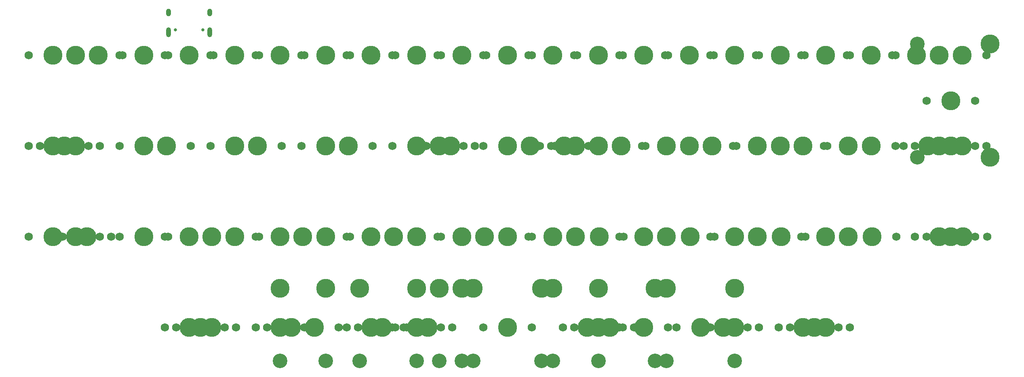
<source format=gts>
%TF.GenerationSoftware,KiCad,Pcbnew,(7.0.0)*%
%TF.CreationDate,2023-11-20T16:18:32+01:00*%
%TF.ProjectId,universal vault,756e6976-6572-4736-916c-207661756c74,rev?*%
%TF.SameCoordinates,Original*%
%TF.FileFunction,Soldermask,Top*%
%TF.FilePolarity,Negative*%
%FSLAX46Y46*%
G04 Gerber Fmt 4.6, Leading zero omitted, Abs format (unit mm)*
G04 Created by KiCad (PCBNEW (7.0.0)) date 2023-11-20 16:18:32*
%MOMM*%
%LPD*%
G01*
G04 APERTURE LIST*
%ADD10C,1.750000*%
%ADD11C,3.987800*%
%ADD12C,3.048000*%
%ADD13C,0.650000*%
%ADD14O,1.000000X1.600000*%
%ADD15O,1.000000X2.100000*%
G04 APERTURE END LIST*
D10*
%TO.C,K_SPACE4*%
X113982500Y-65881250D03*
D11*
X119062500Y-65881250D03*
D10*
X124142500Y-65881250D03*
%TD*%
%TO.C,K_SPACE68*%
X166370000Y-84931250D03*
D11*
X171450000Y-84931250D03*
D10*
X176530000Y-84931250D03*
%TD*%
%TO.C,K_SPACE17*%
X152082500Y-84931250D03*
D11*
X157162500Y-84931250D03*
D10*
X162242500Y-84931250D03*
%TD*%
D12*
%TO.C,S6*%
X147637500Y-130016250D03*
D11*
X147637500Y-114776250D03*
D12*
X109537500Y-130016250D03*
D11*
X109537500Y-114776250D03*
%TD*%
D10*
%TO.C,K_SPACE30*%
X180657500Y-103981250D03*
D11*
X185737500Y-103981250D03*
D10*
X190817500Y-103981250D03*
%TD*%
%TO.C,K_SPACE118*%
X199707500Y-123031250D03*
D11*
X204787500Y-123031250D03*
D10*
X209867500Y-123031250D03*
%TD*%
%TO.C,K_SPACE94*%
X147320000Y-103981250D03*
D11*
X152400000Y-103981250D03*
D10*
X157480000Y-103981250D03*
%TD*%
%TO.C,K_SPACE73*%
X80645000Y-84931250D03*
D11*
X85725000Y-84931250D03*
D10*
X90805000Y-84931250D03*
%TD*%
%TO.C,K_SPACE117*%
X104457500Y-123031250D03*
D11*
X109537500Y-123031250D03*
D10*
X114617500Y-123031250D03*
%TD*%
%TO.C,K_SPACE107*%
X87788750Y-123031250D03*
D11*
X92868750Y-123031250D03*
D10*
X97948750Y-123031250D03*
%TD*%
%TO.C,K_SPACE83*%
X75882500Y-103981250D03*
D11*
X80962500Y-103981250D03*
D10*
X86042500Y-103981250D03*
%TD*%
D12*
%TO.C,S3*%
X188118750Y-130016250D03*
D11*
X188118750Y-114776250D03*
D12*
X164306250Y-130016250D03*
D11*
X164306250Y-114776250D03*
%TD*%
D10*
%TO.C,K_SPACE124*%
X125888750Y-123031250D03*
D11*
X130968750Y-123031250D03*
D10*
X136048750Y-123031250D03*
%TD*%
%TO.C,K_SPACE28*%
X140176250Y-84931250D03*
D11*
X145256250Y-84931250D03*
D10*
X150336250Y-84931250D03*
%TD*%
%TO.C,K_SPACE72*%
X242570000Y-84931250D03*
D11*
X247650000Y-84931250D03*
D10*
X252730000Y-84931250D03*
%TD*%
%TO.C,K_SPACE95*%
X244951250Y-75406250D03*
D11*
X250031250Y-75406250D03*
D10*
X255111250Y-75406250D03*
%TD*%
%TO.C,K_SPACE9*%
X209232500Y-65881250D03*
D11*
X214312500Y-65881250D03*
D10*
X219392500Y-65881250D03*
%TD*%
%TO.C,K_SPACE21*%
X228282500Y-84931250D03*
D11*
X233362500Y-84931250D03*
D10*
X238442500Y-84931250D03*
%TD*%
%TO.C,K_SPACE33*%
X242570000Y-103981250D03*
D11*
X247650000Y-103981250D03*
D10*
X252730000Y-103981250D03*
%TD*%
%TO.C,K_SPACE55*%
X123507500Y-65881250D03*
D11*
X128587500Y-65881250D03*
D10*
X133667500Y-65881250D03*
%TD*%
%TO.C,K_SPACE121*%
X171132500Y-123031250D03*
D11*
X176212500Y-123031250D03*
D10*
X181292500Y-123031250D03*
%TD*%
D12*
%TO.C,S5*%
X190500000Y-130016250D03*
D11*
X190500000Y-114776250D03*
D12*
X166687500Y-130016250D03*
D11*
X166687500Y-114776250D03*
%TD*%
D10*
%TO.C,K_SPACE115*%
X168751250Y-123031250D03*
D11*
X173831250Y-123031250D03*
D10*
X178911250Y-123031250D03*
%TD*%
%TO.C,K_SPACE15*%
X113982500Y-84931250D03*
D11*
X119062500Y-84931250D03*
D10*
X124142500Y-84931250D03*
%TD*%
%TO.C,K_SPACE70*%
X204470000Y-84931250D03*
D11*
X209550000Y-84931250D03*
D10*
X214630000Y-84931250D03*
%TD*%
%TO.C,K_SPACE98*%
X204470000Y-103981250D03*
D11*
X209550000Y-103981250D03*
D10*
X214630000Y-103981250D03*
%TD*%
%TO.C,K_SPACE78*%
X175895000Y-84931250D03*
D11*
X180975000Y-84931250D03*
D10*
X186055000Y-84931250D03*
%TD*%
%TO.C,K_SPACE101*%
X244951250Y-84931250D03*
D11*
X250031250Y-84931250D03*
D10*
X255111250Y-84931250D03*
%TD*%
%TO.C,K_SPACE10*%
X228282500Y-65881250D03*
D11*
X233362500Y-65881250D03*
D10*
X238442500Y-65881250D03*
%TD*%
%TO.C,K_SPACE74*%
X99695000Y-84931250D03*
D11*
X104775000Y-84931250D03*
D10*
X109855000Y-84931250D03*
%TD*%
%TO.C,K_SPACE99*%
X223520000Y-103981250D03*
D11*
X228600000Y-103981250D03*
D10*
X233680000Y-103981250D03*
%TD*%
%TO.C,K_SPACE85*%
X113982500Y-103981250D03*
D11*
X119062500Y-103981250D03*
D10*
X124142500Y-103981250D03*
%TD*%
%TO.C,K_SPACE110*%
X152082500Y-123031250D03*
D11*
X157162500Y-123031250D03*
D10*
X162242500Y-123031250D03*
%TD*%
%TO.C,K_SPACE2*%
X75882500Y-65881250D03*
D11*
X80962500Y-65881250D03*
D10*
X86042500Y-65881250D03*
%TD*%
%TO.C,K_SPACE92*%
X109220000Y-103981250D03*
D11*
X114300000Y-103981250D03*
D10*
X119380000Y-103981250D03*
%TD*%
%TO.C,K_SPACE34*%
X163988750Y-84931250D03*
D11*
X169068750Y-84931250D03*
D10*
X174148750Y-84931250D03*
%TD*%
%TO.C,K_SPACE14*%
X94932500Y-84931250D03*
D11*
X100012500Y-84931250D03*
D10*
X105092500Y-84931250D03*
%TD*%
%TO.C,K_SPACE77*%
X156845000Y-84931250D03*
D11*
X161925000Y-84931250D03*
D10*
X167005000Y-84931250D03*
%TD*%
%TO.C,K_SPACE32*%
X218757500Y-103981250D03*
D11*
X223837500Y-103981250D03*
D10*
X228917500Y-103981250D03*
%TD*%
%TO.C,K_SPACE114*%
X135413750Y-123031250D03*
D11*
X140493750Y-123031250D03*
D10*
X145573750Y-123031250D03*
%TD*%
%TO.C,K_SPACE67*%
X59213750Y-84931250D03*
D11*
X64293750Y-84931250D03*
D10*
X69373750Y-84931250D03*
%TD*%
%TO.C,K_SPACE108*%
X192563750Y-123031250D03*
D11*
X197643750Y-123031250D03*
D10*
X202723750Y-123031250D03*
%TD*%
%TO.C,K_SPACE71*%
X223520000Y-84931250D03*
D11*
X228600000Y-84931250D03*
D10*
X233680000Y-84931250D03*
%TD*%
%TO.C,K_SPACE88*%
X190348750Y-103981250D03*
D11*
X195428750Y-103981250D03*
D10*
X200508750Y-103981250D03*
%TD*%
%TO.C,K_SPACE50*%
X63976250Y-103981250D03*
D11*
X69056250Y-103981250D03*
D10*
X74136250Y-103981250D03*
%TD*%
%TO.C,K_SPACE57*%
X61595000Y-84931250D03*
D11*
X66675000Y-84931250D03*
D10*
X71755000Y-84931250D03*
%TD*%
%TO.C,K_SPACE26*%
X123507500Y-103981250D03*
D11*
X128587500Y-103981250D03*
D10*
X133667500Y-103981250D03*
%TD*%
%TO.C,K_SPACE90*%
X228448750Y-103981250D03*
D11*
X233528750Y-103981250D03*
D10*
X238608750Y-103981250D03*
%TD*%
%TO.C,K_SPACE116*%
X152082500Y-123031250D03*
D11*
X157162500Y-123031250D03*
D10*
X162242500Y-123031250D03*
%TD*%
%TO.C,K_SPACE93*%
X128270000Y-103981250D03*
D11*
X133350000Y-103981250D03*
D10*
X138430000Y-103981250D03*
%TD*%
%TO.C,K_SPACE81*%
X240188750Y-84931250D03*
D11*
X245268750Y-84931250D03*
D10*
X250348750Y-84931250D03*
%TD*%
%TO.C,K_SPACE128*%
X123507500Y-123031250D03*
D11*
X128587500Y-123031250D03*
D10*
X133667500Y-123031250D03*
%TD*%
%TO.C,K_SPACE87*%
X171298750Y-103981250D03*
D11*
X176378750Y-103981250D03*
D10*
X181458750Y-103981250D03*
%TD*%
%TO.C,K_SPACE123*%
X213995000Y-123031250D03*
D11*
X219075000Y-123031250D03*
D10*
X224155000Y-123031250D03*
%TD*%
%TO.C,K_SPACE97*%
X185420000Y-103981250D03*
D11*
X190500000Y-103981250D03*
D10*
X195580000Y-103981250D03*
%TD*%
D12*
%TO.C,S7*%
X204787500Y-130016250D03*
D11*
X204787500Y-114776250D03*
D12*
X166687500Y-130016250D03*
D11*
X166687500Y-114776250D03*
%TD*%
D10*
%TO.C,K_SPACE69*%
X185420000Y-84931250D03*
D11*
X190500000Y-84931250D03*
D10*
X195580000Y-84931250D03*
%TD*%
%TO.C,K_SPACE56*%
X142557500Y-65881250D03*
D11*
X147637500Y-65881250D03*
D10*
X152717500Y-65881250D03*
%TD*%
%TO.C,K_SPACE62*%
X247967500Y-65881250D03*
D11*
X242887500Y-65881250D03*
D10*
X237807500Y-65881250D03*
%TD*%
%TO.C,K_SPACE109*%
X216376250Y-123031250D03*
D11*
X221456250Y-123031250D03*
D10*
X226536250Y-123031250D03*
%TD*%
%TO.C,K_SPACE25*%
X104457500Y-103981250D03*
D11*
X109537500Y-103981250D03*
D10*
X114617500Y-103981250D03*
%TD*%
%TO.C,K_SPACE63*%
X80645000Y-84931250D03*
D11*
X85725000Y-84931250D03*
D10*
X90805000Y-84931250D03*
%TD*%
%TO.C,K_SPACE51*%
X90170000Y-103981250D03*
D11*
X95250000Y-103981250D03*
D10*
X100330000Y-103981250D03*
%TD*%
%TO.C,K_SPACE60*%
X199707500Y-65881250D03*
D11*
X204787500Y-65881250D03*
D10*
X209867500Y-65881250D03*
%TD*%
%TO.C,K_SPACE103*%
X71755000Y-65881250D03*
D11*
X66675000Y-65881250D03*
D10*
X61595000Y-65881250D03*
%TD*%
%TO.C,K_SPACE102*%
X252730000Y-65881250D03*
D11*
X247650000Y-65881250D03*
D10*
X242570000Y-65881250D03*
%TD*%
%TO.C,K_SPACE8*%
X190182500Y-65881250D03*
D11*
X195262500Y-65881250D03*
D10*
X200342500Y-65881250D03*
%TD*%
%TO.C,K_SPACE86*%
X133032500Y-103981250D03*
D11*
X138112500Y-103981250D03*
D10*
X143192500Y-103981250D03*
%TD*%
%TO.C,K_SPACE100*%
X244951250Y-103981250D03*
D11*
X250031250Y-103981250D03*
D10*
X255111250Y-103981250D03*
%TD*%
%TO.C,K_SPACE66*%
X137795000Y-84931250D03*
D11*
X142875000Y-84931250D03*
D10*
X147955000Y-84931250D03*
%TD*%
%TO.C,K_SPACE79*%
X194945000Y-84931250D03*
D11*
X200025000Y-84931250D03*
D10*
X205105000Y-84931250D03*
%TD*%
%TO.C,K_SPACE64*%
X99695000Y-84931250D03*
D11*
X104775000Y-84931250D03*
D10*
X109855000Y-84931250D03*
%TD*%
%TO.C,K_SPACE20*%
X209232500Y-84931250D03*
D11*
X214312500Y-84931250D03*
D10*
X219392500Y-84931250D03*
%TD*%
%TO.C,K_SPACE49*%
X152082500Y-103981250D03*
D11*
X157162500Y-103981250D03*
D10*
X162242500Y-103981250D03*
%TD*%
%TO.C,K_SPACE59*%
X180657500Y-65881250D03*
D11*
X185737500Y-65881250D03*
D10*
X190817500Y-65881250D03*
%TD*%
%TO.C,K_SPACE104*%
X59213750Y-84931250D03*
D11*
X64293750Y-84931250D03*
D10*
X69373750Y-84931250D03*
%TD*%
%TO.C,K_SPACE84*%
X94932500Y-103981250D03*
D11*
X100012500Y-103981250D03*
D10*
X105092500Y-103981250D03*
%TD*%
%TO.C,K_SPACE106*%
X111601250Y-123031250D03*
D11*
X116681250Y-123031250D03*
D10*
X121761250Y-123031250D03*
%TD*%
D12*
%TO.C,S2*%
X150018750Y-130016250D03*
D11*
X150018750Y-114776250D03*
D12*
X126206250Y-130016250D03*
D11*
X126206250Y-114776250D03*
%TD*%
D10*
%TO.C,K_SPACE125*%
X173513750Y-123031250D03*
D11*
X178593750Y-123031250D03*
D10*
X183673750Y-123031250D03*
%TD*%
%TO.C,K_SPACE11*%
X247332500Y-65881250D03*
D11*
X252412500Y-65881250D03*
D10*
X257492500Y-65881250D03*
%TD*%
%TO.C,K_SPACE91*%
X247498750Y-103981250D03*
D11*
X252578750Y-103981250D03*
D10*
X257658750Y-103981250D03*
%TD*%
%TO.C,K_SPACE122*%
X90170000Y-123031250D03*
D11*
X95250000Y-123031250D03*
D10*
X100330000Y-123031250D03*
%TD*%
%TO.C,K_SPACE129*%
X180657500Y-123031250D03*
D11*
X185737500Y-123031250D03*
D10*
X190817500Y-123031250D03*
%TD*%
%TO.C,K_SPACE113*%
X218757500Y-123031250D03*
D11*
X223837500Y-123031250D03*
D10*
X228917500Y-123031250D03*
%TD*%
%TO.C,K_SPACE19*%
X190182500Y-84931250D03*
D11*
X195262500Y-84931250D03*
D10*
X200342500Y-84931250D03*
%TD*%
%TO.C,K_SPACE23*%
X61595000Y-103981250D03*
D11*
X66675000Y-103981250D03*
D10*
X71755000Y-103981250D03*
%TD*%
%TO.C,K_SPACE16*%
X133032500Y-84931250D03*
D11*
X138112500Y-84931250D03*
D10*
X143192500Y-84931250D03*
%TD*%
%TO.C,K_SPACE105*%
X85407500Y-123031250D03*
D11*
X90487500Y-123031250D03*
D10*
X95567500Y-123031250D03*
%TD*%
%TO.C,K_SPACE12*%
X56832500Y-84931250D03*
D11*
X61912500Y-84931250D03*
D10*
X66992500Y-84931250D03*
%TD*%
%TO.C,K_SPACE22*%
X247332500Y-84931250D03*
D11*
X252412500Y-84931250D03*
D10*
X257492500Y-84931250D03*
%TD*%
%TO.C,K_SPACE52*%
X76517500Y-65881250D03*
D11*
X71437500Y-65881250D03*
D10*
X66357500Y-65881250D03*
%TD*%
%TO.C,K_SPACE65*%
X118745000Y-84931250D03*
D11*
X123825000Y-84931250D03*
D10*
X128905000Y-84931250D03*
%TD*%
D12*
%TO.C,S9*%
X176212500Y-130016250D03*
D11*
X176212500Y-114776250D03*
D12*
X138112500Y-130016250D03*
D11*
X138112500Y-114776250D03*
%TD*%
D10*
%TO.C,K_SPACE53*%
X95567500Y-65881250D03*
D11*
X90487500Y-65881250D03*
D10*
X85407500Y-65881250D03*
%TD*%
%TO.C,K_SPACE3*%
X94932500Y-65881250D03*
D11*
X100012500Y-65881250D03*
D10*
X105092500Y-65881250D03*
%TD*%
D12*
%TO.C,S8*%
X204787500Y-130016250D03*
D11*
X204787500Y-114776250D03*
D12*
X109537500Y-130016250D03*
D11*
X109537500Y-114776250D03*
%TD*%
D10*
%TO.C,K_SPACE80*%
X213995000Y-84931250D03*
D11*
X219075000Y-84931250D03*
D10*
X224155000Y-84931250D03*
%TD*%
%TO.C,K_SPACE7*%
X171132500Y-65881250D03*
D11*
X176212500Y-65881250D03*
D10*
X181292500Y-65881250D03*
%TD*%
%TO.C,K_SPACE96*%
X166370000Y-103981250D03*
D11*
X171450000Y-103981250D03*
D10*
X176530000Y-103981250D03*
%TD*%
%TO.C,K_SPACE6*%
X152082500Y-65881250D03*
D11*
X157162500Y-65881250D03*
D10*
X162242500Y-65881250D03*
%TD*%
%TO.C,K_SPACE82*%
X56832500Y-103981250D03*
D11*
X61912500Y-103981250D03*
D10*
X66992500Y-103981250D03*
%TD*%
%TO.C,K_SPACE111*%
X106838750Y-123031250D03*
D11*
X111918750Y-123031250D03*
D10*
X116998750Y-123031250D03*
%TD*%
%TO.C,K_SPACE89*%
X209398750Y-103981250D03*
D11*
X214478750Y-103981250D03*
D10*
X219558750Y-103981250D03*
%TD*%
%TO.C,K_SPACE29*%
X161607500Y-103981250D03*
D11*
X166687500Y-103981250D03*
D10*
X171767500Y-103981250D03*
%TD*%
%TO.C,K_SPACE5*%
X133032500Y-65881250D03*
D11*
X138112500Y-65881250D03*
D10*
X143192500Y-65881250D03*
%TD*%
%TO.C,K_SPACE120*%
X133032500Y-123031250D03*
D11*
X138112500Y-123031250D03*
D10*
X143192500Y-123031250D03*
%TD*%
D12*
%TO.C,S4*%
X142875000Y-130016250D03*
D11*
X142875000Y-114776250D03*
D12*
X119062500Y-130016250D03*
D11*
X119062500Y-114776250D03*
%TD*%
D10*
%TO.C,K_SPACE58*%
X161607500Y-65881250D03*
D11*
X166687500Y-65881250D03*
D10*
X171767500Y-65881250D03*
%TD*%
%TO.C,K_SPACE75*%
X118745000Y-84931250D03*
D11*
X123825000Y-84931250D03*
D10*
X128905000Y-84931250D03*
%TD*%
%TO.C,K_SPACE27*%
X142557500Y-103981250D03*
D11*
X147637500Y-103981250D03*
D10*
X152717500Y-103981250D03*
%TD*%
%TO.C,K_SPACE61*%
X218757500Y-65881250D03*
D11*
X223837500Y-65881250D03*
D10*
X228917500Y-65881250D03*
%TD*%
%TO.C,K_SPACE24*%
X85407500Y-103981250D03*
D11*
X90487500Y-103981250D03*
D10*
X95567500Y-103981250D03*
%TD*%
%TO.C,K_SPACE18*%
X171132500Y-84931250D03*
D11*
X176212500Y-84931250D03*
D10*
X181292500Y-84931250D03*
%TD*%
%TO.C,K_SPACE76*%
X137795000Y-84931250D03*
D11*
X142875000Y-84931250D03*
D10*
X147955000Y-84931250D03*
%TD*%
%TO.C,K_SPACE31*%
X199707500Y-103981250D03*
D11*
X204787500Y-103981250D03*
D10*
X209867500Y-103981250D03*
%TD*%
%TO.C,K_SPACE1*%
X56832500Y-65881250D03*
D11*
X61912500Y-65881250D03*
D10*
X66992500Y-65881250D03*
%TD*%
%TO.C,K_SPACE112*%
X197326250Y-123031250D03*
D11*
X202406250Y-123031250D03*
D10*
X207486250Y-123031250D03*
%TD*%
D12*
%TO.C,S1*%
X243046250Y-63500000D03*
X243046250Y-87312500D03*
D11*
X258286250Y-63500000D03*
X258286250Y-87312500D03*
%TD*%
D10*
%TO.C,K_SPACE54*%
X104457500Y-65881250D03*
D11*
X109537500Y-65881250D03*
D10*
X114617500Y-65881250D03*
%TD*%
%TO.C,K_SPACE13*%
X75882500Y-84931250D03*
D11*
X80962500Y-84931250D03*
D10*
X86042500Y-84931250D03*
%TD*%
D13*
%TO.C,J1*%
X87597500Y-60543750D03*
X93377500Y-60543750D03*
D14*
X86167499Y-56893749D03*
D15*
X86167499Y-61073749D03*
D14*
X94807499Y-56893749D03*
D15*
X94807499Y-61073749D03*
%TD*%
M02*

</source>
